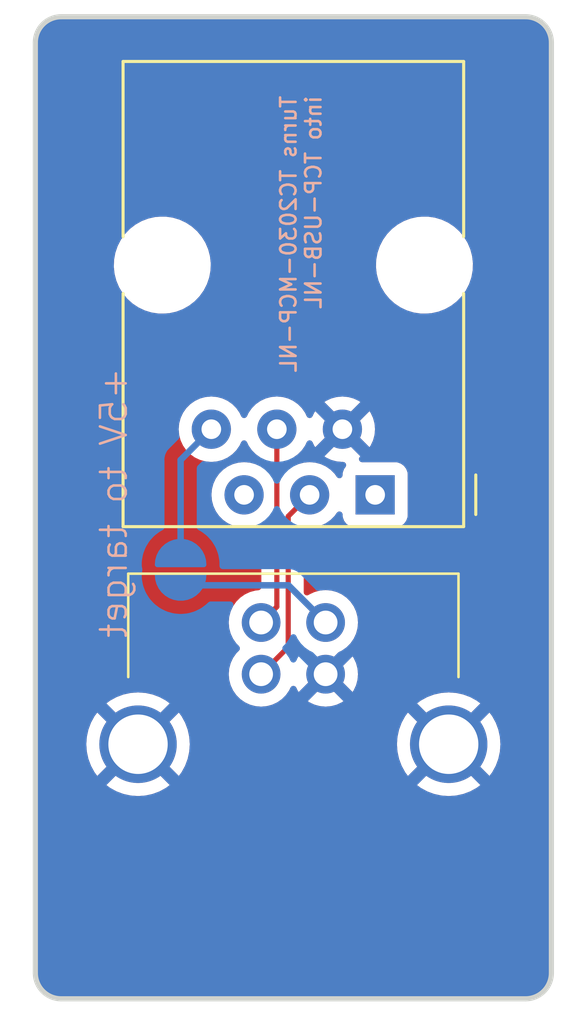
<source format=kicad_pcb>
(kicad_pcb (version 20221018) (generator pcbnew)
  (layers (0 "F.Cu" signal) (31 "B.Cu" signal) (34 "B.Paste" user) (35 "F.Paste" user) (36 "B.SilkS" user "B.Silkscreen") (37 "F.SilkS" user "F.Silkscreen") (38 "B.Mask" user) (39 "F.Mask" user) (44 "Edge.Cuts" user))
  (net 0 "")
  (net 1 "Net-(J2-VBUS)")
  (net 2 "USB_D-")
  (net 3 "USB_D+")
  (net 4 "GND")
  (net 5 "VBUS")
  (footprint "biolite-kicad-lib:CONN_USB_B_USB-B1HSB6" (layer "F.Cu") (at 23.37 6.65)
    (fp_text reference "J2" hide)
    (fp_text value "CONN_USB" hide)
    (fp_line (start -6.4 -6.6) (end 6.4 -6.6) (stroke (width 0.1)) (layer "F.SilkS"))
    (fp_line (start -6.4 -2.6) (end -6.4 -6.6) (stroke (width 0.1)) (layer "F.SilkS"))
    (fp_line (start 6.4 -6.6) (end 6.4 -2.6) (stroke (width 0.1)) (layer "F.SilkS"))
    (pad "1" thru_hole circle (at 1.25 -4.71) (size 1.5 1.5) (drill 0.92) (layers "*.Cu" "*.Mask") (net 1 "Net-(J2-VBUS)"))
    (pad "2" thru_hole circle (at -1.25 -4.71) (size 1.5 1.5) (drill 0.92) (layers "*.Cu" "*.Mask") (net 2 "USB_D-"))
    (pad "3" thru_hole circle (at -1.25 -2.71) (size 1.5 1.5) (drill 0.92) (layers "*.Cu" "*.Mask") (net 3 "USB_D+"))
    (pad "4" thru_hole circle (at 1.25 -2.71) (size 1.5 1.5) (drill 0.92) (layers "*.Cu" "*.Mask") (net 4 "GND"))
    (pad "CASE" thru_hole circle (at -6.02 0) (size 3 3) (drill 2.3) (layers "*.Cu" "*.Mask") (net 4 "GND"))
    (pad "CASE" thru_hole circle (at 6.02 0) (size 3 3) (drill 2.3) (layers "*.Cu" "*.Mask") (net 4 "GND"))
  )
  (footprint "biolite-kicad-lib:CONN_RJ12" (layer "F.Cu") (at 26.54 -3 180)
    (fp_text reference "J3" hide)
    (fp_text value "CONN_6")
    (fp_line (start -3.9 0.77) (end -3.9 -0.76) (stroke (width 0.12)) (layer "F.SilkS"))
    (fp_line (start -3.43 -1.23) (end 9.77 -1.23) (stroke (width 0.12)) (layer "F.SilkS"))
    (fp_line (start -3.43 7.72) (end -3.43 7.79) (stroke (width 0.1)) (layer "F.SilkS"))
    (fp_line (start -3.43 7.79) (end -3.43 -1.23) (stroke (width 0.12)) (layer "F.SilkS"))
    (fp_line (start -3.43 16.77) (end -3.43 9.99) (stroke (width 0.12)) (layer "F.SilkS"))
    (fp_line (start 9.77 -1.23) (end 9.77 7.79) (stroke (width 0.12)) (layer "F.SilkS"))
    (fp_line (start 9.77 16.65) (end 9.77 16.77) (stroke (width 0.1)) (layer "F.SilkS"))
    (fp_line (start 9.77 16.76) (end 9.77 16.77) (stroke (width 0.1)) (layer "F.SilkS"))
    (fp_line (start 9.77 16.77) (end -3.43 16.77) (stroke (width 0.12)) (layer "F.SilkS"))
    (fp_line (start 9.77 16.77) (end 9.77 9.99) (stroke (width 0.12)) (layer "F.SilkS"))
    (pad "" np_thru_hole circle locked (at -1.91 8.89 180) (size 3.25 3.25) (drill 3.25) (layers "*.Cu" "*.Mask"))
    (pad "" np_thru_hole circle locked (at 8.25 8.89 180) (size 3.25 3.25) (drill 3.25) (layers "*.Cu" "*.Mask"))
    (pad "1" thru_hole rect locked (at 0 0 180) (size 1.52 1.52) (drill 0.76) (layers "*.Cu" "*.Mask"))
    (pad "2" thru_hole circle locked (at 1.27 2.54 180) (size 1.52 1.52) (drill 0.76) (layers "*.Cu" "*.Mask") (net 4 "GND"))
    (pad "3" thru_hole circle locked (at 2.54 0 180) (size 1.52 1.52) (drill 0.76) (layers "*.Cu" "*.Mask") (net 3 "USB_D+"))
    (pad "4" thru_hole circle locked (at 3.81 2.54 180) (size 1.52 1.52) (drill 0.76) (layers "*.Cu" "*.Mask") (net 2 "USB_D-"))
    (pad "5" thru_hole circle locked (at 5.08 0 180) (size 1.52 1.52) (drill 0.76) (layers "*.Cu" "*.Mask"))
    (pad "6" thru_hole circle locked (at 6.35 2.54 180) (size 1.52 1.52) (drill 0.76) (layers "*.Cu" "*.Mask") (net 5 "VBUS"))
  )
  (footprint "biolite-kicad-lib:JUMPER_SOLDER_1MM" (layer "B.Cu") (at 19 -0.1 90)
    (fp_text reference "JP1" hide)
    (fp_text value "JUMPER_SOLDER_1MM" hide)
    (pad "1" smd custom (at -0.6 0 90) (size 0.8 0.8) (layers "B.Cu") (net 1 "Net-(J2-VBUS)") (options (clearance outline) (anchor circle)) (primitives (gr_arc (start 0.4 0.9) (mid -0.5 0) (end 0.4 -0.9) (width 0.2)) (gr_line (start 0.4 0.9) (end 0.4 -0.9) (width 0.2)) (gr_line (start 0.3 -0.7) (end 0.3 0.7) (width 0.4)) (gr_arc (start 0.3 0.6) (mid -0.3 0) (end 0.3 -0.6) (width 0.4))))
    (pad "2" smd custom (at 0.6 0 270) (size 0.8 0.8) (layers "B.Cu") (net 5 "VBUS") (options (clearance outline) (anchor circle)) (primitives (gr_arc (start 0.4 0.9) (mid -0.5 0) (end 0.4 -0.9) (width 0.2)) (gr_line (start 0.4 0.9) (end 0.4 -0.9) (width 0.2)) (gr_line (start 0.3 -0.7) (end 0.3 0.7) (width 0.4)) (gr_arc (start 0.3 0.6) (mid -0.3 0) (end 0.3 -0.6) (width 0.4))))
  )
  (gr_arc (start 13.37 -20.5) (mid 13.662893 -21.207107) (end 14.37 -21.5) (stroke (width 0.2)) (layer "Edge.Cuts"))
  (gr_line (start 13.37 15.5) (end 13.37 -20.5) (stroke (width 0.2)) (layer "Edge.Cuts"))
  (gr_arc (start 32.37 -21.5) (mid 33.077107 -21.207107) (end 33.37 -20.5) (stroke (width 0.2)) (layer "Edge.Cuts"))
  (gr_line (start 32.37 16.5) (end 14.37 16.5) (stroke (width 0.2)) (layer "Edge.Cuts"))
  (gr_arc (start 14.37 16.5) (mid 13.662893 16.207107) (end 13.37 15.5) (stroke (width 0.2)) (layer "Edge.Cuts"))
  (gr_line (start 14.37 -21.5) (end 32.37 -21.5) (stroke (width 0.2)) (layer "Edge.Cuts"))
  (gr_arc (start 33.37 15.5) (mid 33.077107 16.207107) (end 32.37 16.5) (stroke (width 0.2)) (layer "Edge.Cuts"))
  (gr_line (start 33.37 -20.5) (end 33.37 15.5) (stroke (width 0.2)) (layer "Edge.Cuts"))
  (gr_text "+5V to target" (at 17 -8 90) (layer "B.SilkS") (effects (font (size 1 1) (thickness 0.1)) (justify left bottom mirror)))
  (gr_text "Turns TC2030-MCP-NL\ninto TCP-USB-NL" (at 24.5 -18.5 90) (layer "B.SilkS") (effects (font (size 0.6 0.6) (thickness 0.1)) (justify left bottom mirror)))
  (segment (start 23.18 0.5) (end 19 0.5) (width 0.25) (layer "B.Cu") (net 1))
  (segment (start 24.62 1.94) (end 23.18 0.5) (width 0.25) (layer "B.Cu") (net 1))
  (segment (start 22.12 1.94) (end 22.73 1.33) (width 0.2) (layer "F.Cu") (net 2))
  (segment (start 22.73 1.33) (end 22.73 -5.54) (width 0.2) (layer "F.Cu") (net 2))
  (segment (start 23.17 -2.17) (end 24 -3) (width 0.2) (layer "F.Cu") (net 3))
  (segment (start 23.17 2.89) (end 23.17 -2.17) (width 0.2) (layer "F.Cu") (net 3))
  (segment (start 22.12 3.94) (end 23.17 2.89) (width 0.2) (layer "F.Cu") (net 3))
  (segment (start 19 -0.7) (end 19 -4.35) (width 0.25) (layer "B.Cu") (net 5))
  (segment (start 19 -4.35) (end 20.19 -5.54) (width 0.25) (layer "B.Cu") (net 5))
  (zone (net 4) (net_name "GND") (layers "F&B.Cu") (connect_pads (clearance 0.5)) (min_thickness 0.25) (fill yes (thermal_gap 0.5) (thermal_bridge_width 0.5))
    (polygon (pts (xy 12 -21.5) (xy 34.5 -21.5) (xy 34.5 17.5) (xy 12 17.5)))
  )
)
</source>
